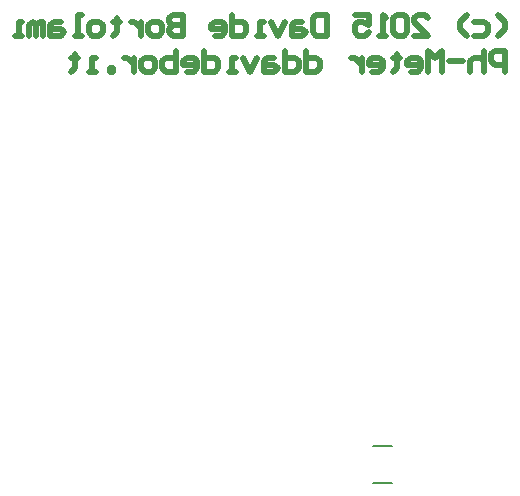
<source format=gbo>
G04 Layer_Color=32896*
%FSAX24Y24*%
%MOIN*%
G70*
G01*
G75*
%ADD26C,0.0200*%
%ADD37C,0.0079*%
D26*
X052067Y053600D02*
X052300Y053833D01*
Y054067D01*
X052067Y054300D01*
X051250Y054067D02*
X051600D01*
X051717Y053950D01*
Y053717D01*
X051600Y053600D01*
X051250D01*
X051017D02*
X050784Y053833D01*
Y054067D01*
X051017Y054300D01*
X049268Y053600D02*
X049734D01*
X049268Y054067D01*
Y054183D01*
X049384Y054300D01*
X049618D01*
X049734Y054183D01*
X049034D02*
X048918Y054300D01*
X048685D01*
X048568Y054183D01*
Y053717D01*
X048685Y053600D01*
X048918D01*
X049034Y053717D01*
Y054183D01*
X048335Y053600D02*
X048101D01*
X048218D01*
Y054300D01*
X048335Y054183D01*
X047285Y054300D02*
X047751D01*
Y053950D01*
X047518Y054067D01*
X047402D01*
X047285Y053950D01*
Y053717D01*
X047402Y053600D01*
X047635D01*
X047751Y053717D01*
X046352Y054300D02*
Y053600D01*
X046002D01*
X045885Y053717D01*
Y054183D01*
X046002Y054300D01*
X046352D01*
X045536Y054067D02*
X045302D01*
X045186Y053950D01*
Y053600D01*
X045536D01*
X045652Y053717D01*
X045536Y053833D01*
X045186D01*
X044952Y054067D02*
X044719Y053600D01*
X044486Y054067D01*
X044253Y053600D02*
X044019D01*
X044136D01*
Y054067D01*
X044253D01*
X043203Y054300D02*
Y053600D01*
X043553D01*
X043669Y053717D01*
Y053950D01*
X043553Y054067D01*
X043203D01*
X042620Y053600D02*
X042853D01*
X042970Y053717D01*
Y053950D01*
X042853Y054067D01*
X042620D01*
X042503Y053950D01*
Y053833D01*
X042970D01*
X041570Y054300D02*
Y053600D01*
X041220D01*
X041104Y053717D01*
Y053833D01*
X041220Y053950D01*
X041570D01*
X041220D01*
X041104Y054067D01*
Y054183D01*
X041220Y054300D01*
X041570D01*
X040754Y053600D02*
X040520D01*
X040404Y053717D01*
Y053950D01*
X040520Y054067D01*
X040754D01*
X040870Y053950D01*
Y053717D01*
X040754Y053600D01*
X040171Y054067D02*
Y053600D01*
Y053833D01*
X040054Y053950D01*
X039937Y054067D01*
X039821D01*
X039354Y054183D02*
Y054067D01*
X039471D01*
X039238D01*
X039354D01*
Y053717D01*
X039238Y053600D01*
X038771D02*
X038538D01*
X038421Y053717D01*
Y053950D01*
X038538Y054067D01*
X038771D01*
X038888Y053950D01*
Y053717D01*
X038771Y053600D01*
X038188D02*
X037955D01*
X038071D01*
Y054300D01*
X038188D01*
X037488Y054067D02*
X037255D01*
X037138Y053950D01*
Y053600D01*
X037488D01*
X037605Y053717D01*
X037488Y053833D01*
X037138D01*
X036905Y053600D02*
Y054067D01*
X036788D01*
X036672Y053950D01*
Y053600D01*
Y053950D01*
X036555Y054067D01*
X036438Y053950D01*
Y053600D01*
X036205D02*
X035972D01*
X036089D01*
Y054067D01*
X036205D01*
X052300Y052400D02*
Y053100D01*
X051950D01*
X051833Y052983D01*
Y052750D01*
X051950Y052633D01*
X052300D01*
X051600Y053100D02*
Y052400D01*
Y052750D01*
X051484Y052867D01*
X051250D01*
X051134Y052750D01*
Y052400D01*
X050900Y052750D02*
X050434D01*
X050201Y052400D02*
Y053100D01*
X049967Y052867D01*
X049734Y053100D01*
Y052400D01*
X049151D02*
X049384D01*
X049501Y052517D01*
Y052750D01*
X049384Y052867D01*
X049151D01*
X049034Y052750D01*
Y052633D01*
X049501D01*
X048685Y052983D02*
Y052867D01*
X048801D01*
X048568D01*
X048685D01*
Y052517D01*
X048568Y052400D01*
X047868D02*
X048101D01*
X048218Y052517D01*
Y052750D01*
X048101Y052867D01*
X047868D01*
X047751Y052750D01*
Y052633D01*
X048218D01*
X047518Y052867D02*
Y052400D01*
Y052633D01*
X047402Y052750D01*
X047285Y052867D01*
X047168D01*
X045652Y053100D02*
Y052400D01*
X046002D01*
X046119Y052517D01*
Y052750D01*
X046002Y052867D01*
X045652D01*
X044952Y053100D02*
Y052400D01*
X045302D01*
X045419Y052517D01*
Y052750D01*
X045302Y052867D01*
X044952D01*
X044602D02*
X044369D01*
X044253Y052750D01*
Y052400D01*
X044602D01*
X044719Y052517D01*
X044602Y052633D01*
X044253D01*
X044019Y052867D02*
X043786Y052400D01*
X043553Y052867D01*
X043320Y052400D02*
X043086D01*
X043203D01*
Y052867D01*
X043320D01*
X042270Y053100D02*
Y052400D01*
X042620D01*
X042736Y052517D01*
Y052750D01*
X042620Y052867D01*
X042270D01*
X041687Y052400D02*
X041920D01*
X042037Y052517D01*
Y052750D01*
X041920Y052867D01*
X041687D01*
X041570Y052750D01*
Y052633D01*
X042037D01*
X041337Y053100D02*
Y052400D01*
X040987D01*
X040870Y052517D01*
Y052633D01*
Y052750D01*
X040987Y052867D01*
X041337D01*
X040520Y052400D02*
X040287D01*
X040171Y052517D01*
Y052750D01*
X040287Y052867D01*
X040520D01*
X040637Y052750D01*
Y052517D01*
X040520Y052400D01*
X039937Y052867D02*
Y052400D01*
Y052633D01*
X039821Y052750D01*
X039704Y052867D01*
X039587D01*
X039238Y052400D02*
Y052517D01*
X039121D01*
Y052400D01*
X039238D01*
X038654D02*
X038421D01*
X038538D01*
Y052867D01*
X038654D01*
X037955Y052983D02*
Y052867D01*
X038071D01*
X037838D01*
X037955D01*
Y052517D01*
X037838Y052400D01*
D37*
X047885Y038690D02*
X048515D01*
X047885Y039910D02*
X048515D01*
M02*

</source>
